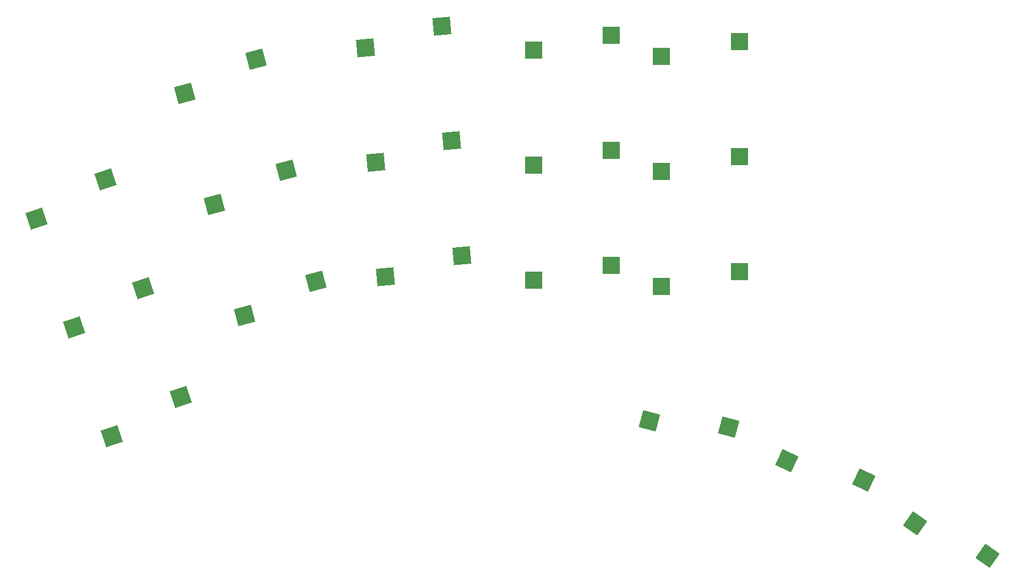
<source format=gtp>
%TF.GenerationSoftware,KiCad,Pcbnew,5.99.0-unknown-fa82fcb809~131~ubuntu20.04.1*%
%TF.CreationDate,2021-08-27T12:31:07+02:00*%
%TF.ProjectId,tuck-n-roll,7475636b-2d6e-42d7-926f-6c6c2e6b6963,VERSION_HERE*%
%TF.SameCoordinates,Original*%
%TF.FileFunction,Paste,Top*%
%TF.FilePolarity,Positive*%
%FSLAX46Y46*%
G04 Gerber Fmt 4.6, Leading zero omitted, Abs format (unit mm)*
G04 Created by KiCad (PCBNEW 5.99.0-unknown-fa82fcb809~131~ubuntu20.04.1) date 2021-08-27 12:31:07*
%MOMM*%
%LPD*%
G01*
G04 APERTURE LIST*
G04 Aperture macros list*
%AMRotRect*
0 Rectangle, with rotation*
0 The origin of the aperture is its center*
0 $1 length*
0 $2 width*
0 $3 Rotation angle, in degrees counterclockwise*
0 Add horizontal line*
21,1,$1,$2,0,0,$3*%
G04 Aperture macros list end*
%ADD10R,2.600000X2.600000*%
%ADD11RotRect,2.600000X2.600000X15.000000*%
%ADD12RotRect,2.600000X2.600000X335.000000*%
%ADD13RotRect,2.600000X2.600000X19.000000*%
%ADD14RotRect,2.600000X2.600000X325.000000*%
%ADD15RotRect,2.600000X2.600000X5.000000*%
%ADD16RotRect,2.600000X2.600000X345.000000*%
G04 APERTURE END LIST*
D10*
%TO.C,S25*%
X78597091Y24340601D03*
X67047091Y22140601D03*
%TD*%
D11*
%TO.C,S7*%
X15714756Y22958883D03*
X5127714Y17844486D03*
%TD*%
D10*
%TO.C,S19*%
X59597091Y25340601D03*
X48047091Y23140601D03*
%TD*%
D12*
%TO.C,S33*%
X97065240Y-6611159D03*
X85667625Y-3723796D03*
%TD*%
D13*
%TO.C,S3*%
X-9942431Y21934254D03*
X-20146921Y16093801D03*
%TD*%
D11*
%TO.C,S11*%
X6863145Y55993547D03*
X-3723897Y50879150D03*
%TD*%
D10*
%TO.C,S21*%
X59597091Y42440601D03*
X48047091Y40240601D03*
%TD*%
D14*
%TO.C,S35*%
X115428498Y-17872375D03*
X104705423Y-13049702D03*
%TD*%
D11*
%TO.C,S9*%
X11288950Y39476215D03*
X701908Y34361818D03*
%TD*%
D15*
%TO.C,S15*%
X35908680Y43819103D03*
X24594374Y40620825D03*
%TD*%
D10*
%TO.C,S27*%
X78597091Y41440601D03*
X67047091Y39240601D03*
%TD*%
D16*
%TO.C,S31*%
X77025471Y1290227D03*
X65299626Y2154550D03*
%TD*%
D13*
%TO.C,S5*%
X-15509646Y38102622D03*
X-25714136Y32262169D03*
%TD*%
D15*
%TO.C,S13*%
X37399043Y26784174D03*
X26084737Y23585896D03*
%TD*%
D10*
%TO.C,S23*%
X59597091Y59540601D03*
X48047091Y57340601D03*
%TD*%
D13*
%TO.C,S1*%
X-4375216Y5765887D03*
X-14579706Y-74566D03*
%TD*%
D10*
%TO.C,S29*%
X78597091Y58540601D03*
X67047091Y56340601D03*
%TD*%
D15*
%TO.C,S17*%
X34418317Y60854033D03*
X23104011Y57655755D03*
%TD*%
M02*

</source>
